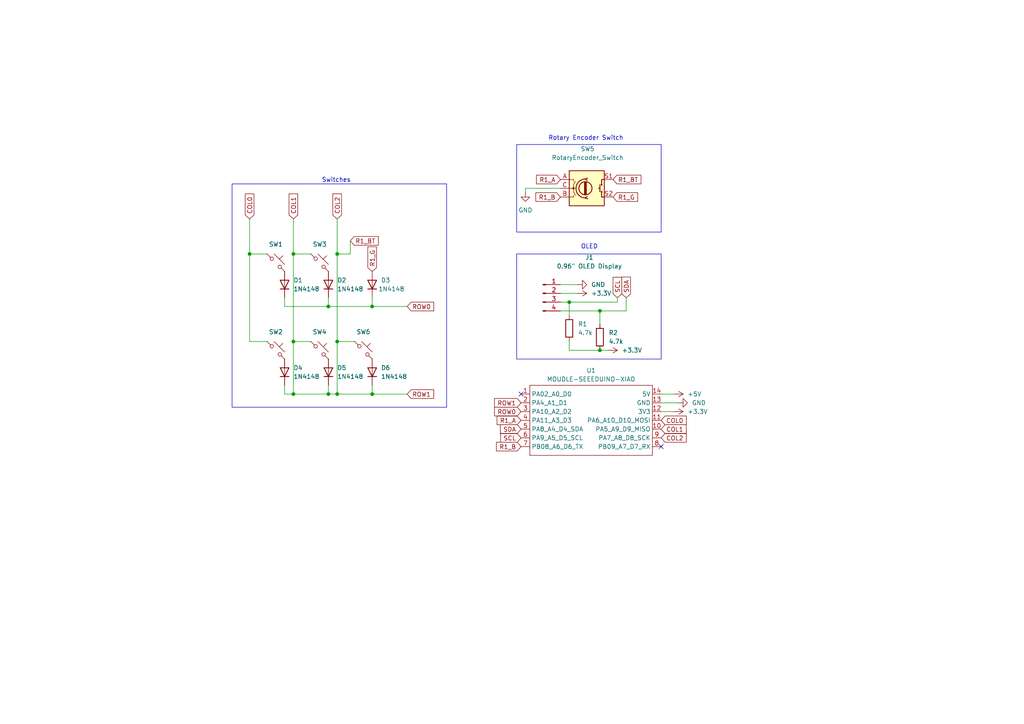
<source format=kicad_sch>
(kicad_sch (version 20231120) (generator "eeschema") (generator_version "8.0")
  (paper "A4")
  (lib_symbols
    (symbol "Connector:Conn_01x04_Pin" (pin_names (offset 1.016) hide)
      (property "Reference" "J" (at 0 5.08 0))
      (property "Value" "Conn_01x04_Pin" (at 0 -7.62 0))
      (symbol "Conn_01x04_Pin_1_1"
        (polyline (pts (xy 1.27 -5.08) (xy 0.8636 -5.08)) (stroke (width 0.1524)))
        (polyline (pts (xy 1.27 -2.54) (xy 0.8636 -2.54)) (stroke (width 0.1524)))
        (polyline (pts (xy 1.27 0) (xy 0.8636 0)) (stroke (width 0.1524)))
        (polyline (pts (xy 1.27 2.54) (xy 0.8636 2.54)) (stroke (width 0.1524)))
        (rectangle (start 0.8636 -4.953) (end 0 -5.207) (stroke (width 0.1524)) (fill (type outline)))
        (rectangle (start 0.8636 -2.413) (end 0 -2.667) (stroke (width 0.1524)) (fill (type outline)))
        (rectangle (start 0.8636 0.127) (end 0 -0.127) (stroke (width 0.1524)) (fill (type outline)))
        (rectangle (start 0.8636 2.667) (end 0 2.413) (stroke (width 0.1524)) (fill (type outline)))
        (pin passive line (at 5.08 2.54 180) (length 3.81) (name "Pin_1") (number "1"))
        (pin passive line (at 5.08 0 180) (length 3.81) (name "Pin_2") (number "2"))
        (pin passive line (at 5.08 -2.54 180) (length 3.81) (name "Pin_3") (number "3"))
        (pin passive line (at 5.08 -5.08 180) (length 3.81) (name "Pin_4") (number "4"))
      )
    )
    (symbol "Device:R" (pin_numbers hide) (pin_names (offset 0))
      (property "Reference" "R" (at 2.032 0 90))
      (property "Value" "R" (at 0 0 90))
      (symbol "R_0_1"
        (rectangle (start -1.016 -2.54) (end 1.016 2.54) (stroke (width 0.254)))
      )
      (symbol "R_1_1"
        (pin passive line (at 0 3.81 270) (length 1.27) (name "~") (number "1"))
        (pin passive line (at 0 -3.81 90) (length 1.27) (name "~") (number "2"))
      )
    )
    (symbol "Device:RotaryEncoder_Switch" (pin_names (offset 0.254) hide)
      (property "Reference" "SW" (at 0 6.604 0))
      (property "Value" "RotaryEncoder_Switch" (at 0 -6.604 0))
      (symbol "RotaryEncoder_Switch_0_1"
        (rectangle (start -5.08 5.08) (end 5.08 -5.08) (stroke (width 0.254)) (fill (type background)))
        (circle (center -3.81 0) (radius 0.254) (fill (type outline)))
        (circle (center -0.381 0) (radius 1.905) (stroke (width 0.254)))
        (arc (start -0.381 2.667) (mid -3.0988 -0.0635) (end -0.381 -2.794) (stroke (width 0.254)))
        (polyline (pts (xy -0.635 -1.778) (xy -0.635 1.778)) (stroke (width 0.254)))
        (polyline (pts (xy -0.381 -1.778) (xy -0.381 1.778)) (stroke (width 0.254)))
        (polyline (pts (xy -0.127 1.778) (xy -0.127 -1.778)) (stroke (width 0.254)))
        (polyline (pts (xy 3.81 0) (xy 3.429 0)) (stroke (width 0.254)))
        (polyline (pts (xy 3.81 1.016) (xy 3.81 -1.016)) (stroke (width 0.254)))
        (polyline (pts (xy -5.08 -2.54) (xy -3.81 -2.54) (xy -3.81 -2.032)))
        (polyline (pts (xy -5.08 2.54) (xy -3.81 2.54) (xy -3.81 2.032)))
        (polyline (pts (xy 0.254 -3.048) (xy -0.508 -2.794) (xy 0.127 -2.413)) (stroke (width 0.254)))
        (polyline (pts (xy 0.254 2.921) (xy -0.508 2.667) (xy 0.127 2.286)) (stroke (width 0.254)))
        (polyline (pts (xy 5.08 -2.54) (xy 4.318 -2.54) (xy 4.318 -1.016)) (stroke (width 0.254)))
        (polyline (pts (xy 5.08 2.54) (xy 4.318 2.54) (xy 4.318 1.016)) (stroke (width 0.254)))
        (polyline (pts (xy -5.08 0) (xy -3.81 0) (xy -3.81 -1.016) (xy -3.302 -2.032)))
        (polyline (pts (xy -4.318 0) (xy -3.81 0) (xy -3.81 1.016) (xy -3.302 2.032)))
        (circle (center 4.318 -1.016) (radius 0.127) (stroke (width 0.254)))
        (circle (center 4.318 1.016) (radius 0.127) (stroke (width 0.254)))
      )
      (symbol "RotaryEncoder_Switch_1_1"
        (pin passive line (at -7.62 2.54 0) (length 2.54) (name "A") (number "A"))
        (pin passive line (at -7.62 -2.54 0) (length 2.54) (name "B") (number "B"))
        (pin passive line (at -7.62 0 0) (length 2.54) (name "C") (number "C"))
        (pin passive line (at 7.62 2.54 180) (length 2.54) (name "S1") (number "S1"))
        (pin passive line (at 7.62 -2.54 180) (length 2.54) (name "S2") (number "S2"))
      )
    )
    (symbol "Diode:1N4148" (pin_numbers hide) (pin_names hide)
      (property "Reference" "D" (at 0 2.54 0))
      (property "Value" "1N4148" (at 0 -2.54 0))
      (symbol "1N4148_0_1"
        (polyline (pts (xy -1.27 1.27) (xy -1.27 -1.27)) (stroke (width 0.254)))
        (polyline (pts (xy 1.27 0) (xy -1.27 0)))
        (polyline (pts (xy 1.27 1.27) (xy 1.27 -1.27) (xy -1.27 0) (xy 1.27 1.27)) (stroke (width 0.254)))
      )
      (symbol "1N4148_1_1"
        (pin passive line (at -3.81 0 0) (length 2.54) (name "K") (number "1"))
        (pin passive line (at 3.81 0 180) (length 2.54) (name "A") (number "2"))
      )
    )
    (symbol "Switch:SW_Push_45deg" (pin_numbers hide) (pin_names (offset 1.016) hide)
      (property "Reference" "SW" (at 3.048 1.016 0))
      (property "Value" "SW_Push_45deg" (at 0 -3.81 0))
      (symbol "SW_Push_45deg_0_1"
        (circle (center -1.1684 1.1684) (radius 0.508))
        (polyline (pts (xy -0.508 2.54) (xy 2.54 -0.508)))
        (polyline (pts (xy 1.016 1.016) (xy 2.032 2.032)))
        (polyline (pts (xy -2.54 2.54) (xy -1.524 1.524) (xy -1.524 1.524)))
        (polyline (pts (xy 1.524 -1.524) (xy 2.54 -2.54) (xy 2.54 -2.54) (xy 2.54 -2.54)))
        (circle (center 1.143 -1.1938) (radius 0.508))
        (pin passive line (at -2.54 2.54 0) (length 0) (name "1") (number "1"))
        (pin passive line (at 2.54 -2.54 180) (length 0) (name "2") (number "2"))
      )
    )
    (symbol "XIAO_RP2040:MOUDLE-SEEEDUINO-XIAO"
      (property "Reference" "U" (at -16.51 11.43 0))
      (property "Value" "MOUDLE-SEEEDUINO-XIAO" (at -3.81 -11.43 0))
      (symbol "MOUDLE-SEEEDUINO-XIAO_0_1"
        (rectangle (start -16.51 10.16) (end 19.05 -10.16))
      )
      (symbol "MOUDLE-SEEEDUINO-XIAO_1_1"
        (pin passive line (at -19.05 7.62 0) (length 2.54) (name "PA02_A0_D0") (number "1"))
        (pin passive line (at 21.59 -2.54 180) (length 2.54) (name "PA5_A9_D9_MISO") (number "10"))
        (pin passive line (at 21.59 0 180) (length 2.54) (name "PA6_A10_D10_MOSI") (number "11"))
        (pin passive line (at 21.59 2.54 180) (length 2.54) (name "3V3") (number "12"))
        (pin passive line (at 21.59 5.08 180) (length 2.54) (name "GND") (number "13"))
        (pin passive line (at 21.59 7.62 180) (length 2.54) (name "5V") (number "14"))
        (pin passive line (at -19.05 5.08 0) (length 2.54) (name "PA4_A1_D1") (number "2"))
        (pin passive line (at -19.05 2.54 0) (length 2.54) (name "PA10_A2_D2") (number "3"))
        (pin passive line (at -19.05 0 0) (length 2.54) (name "PA11_A3_D3") (number "4"))
        (pin passive line (at -19.05 -2.54 0) (length 2.54) (name "PA8_A4_D4_SDA") (number "5"))
        (pin passive line (at -19.05 -5.08 0) (length 2.54) (name "PA9_A5_D5_SCL") (number "6"))
        (pin passive line (at -19.05 -7.62 0) (length 2.54) (name "PB08_A6_D6_TX") (number "7"))
        (pin passive line (at 21.59 -7.62 180) (length 2.54) (name "PB09_A7_D7_RX") (number "8"))
        (pin passive line (at 21.59 -5.08 180) (length 2.54) (name "PA7_A8_D8_SCK") (number "9"))
      )
    )
    (symbol "power:+3.3V" (power) (pin_numbers hide) (pin_names (offset 0) hide)
      (property "Value" "+3.3V" (at 0 3.556 0))
      (symbol "+3.3V_0_1"
        (polyline (pts (xy -0.762 1.27) (xy 0 2.54)))
        (polyline (pts (xy 0 0) (xy 0 2.54)))
        (polyline (pts (xy 0 2.54) (xy 0.762 1.27)))
      )
      (symbol "+3.3V_1_1"
        (pin power_in line (at 0 0 90) (length 0) (name "~") (number "1"))
      )
    )
    (symbol "power:+5V" (power) (pin_numbers hide) (pin_names (offset 0) hide)
      (property "Value" "+5V" (at 0 3.556 0))
      (symbol "+5V_0_1"
        (polyline (pts (xy -0.762 1.27) (xy 0 2.54)))
        (polyline (pts (xy 0 0) (xy 0 2.54)))
        (polyline (pts (xy 0 2.54) (xy 0.762 1.27)))
      )
      (symbol "+5V_1_1"
        (pin power_in line (at 0 0 90) (length 0) (name "~") (number "1"))
      )
    )
    (symbol "power:GND" (power) (pin_numbers hide) (pin_names (offset 0) hide)
      (property "Value" "GND" (at 0 -3.81 0))
      (symbol "GND_0_1"
        (polyline (pts (xy 0 0) (xy 0 -1.27) (xy 1.27 -1.27) (xy 0 -2.54) (xy -1.27 -1.27) (xy 0 -1.27)))
      )
      (symbol "GND_1_1"
        (pin power_in line (at 0 0 270) (length 0) (name "~") (number "1"))
      )
    )
  )
  (junction (at 95.25 88.9))
  (junction (at 107.95 114.3))
  (junction (at 97.79 73.66))
  (junction (at 85.09 73.66))
  (junction (at 95.25 114.3))
  (junction (at 85.09 114.3))
  (junction (at 97.79 99.06))
  (junction (at 173.99 90.17))
  (junction (at 107.95 88.9))
  (junction (at 173.99 101.6))
  (junction (at 97.79 114.3))
  (junction (at 85.09 99.06))
  (junction (at 72.39 73.66))
  (junction (at 165.1 87.63))
  (no_connect (at 191.77 129.54))
  (no_connect (at 151.13 114.3))
  (wire (pts (xy 95.25 88.9) (xy 107.95 88.9)))
  (wire (pts (xy 191.77 119.38) (xy 195.58 119.38)))
  (wire (pts (xy 165.1 87.63) (xy 162.56 87.63)))
  (wire (pts (xy 191.77 114.3) (xy 195.58 114.3)))
  (wire (pts (xy 162.56 85.09) (xy 167.64 85.09)))
  (wire (pts (xy 95.25 111.76) (xy 95.25 114.3)))
  (wire (pts (xy 162.56 82.55) (xy 167.64 82.55)))
  (wire (pts (xy 95.25 86.36) (xy 95.25 88.9)))
  (wire (pts (xy 85.09 99.06) (xy 90.17 99.06)))
  (wire (pts (xy 101.6 73.66) (xy 97.79 73.66)))
  (wire (pts (xy 107.95 88.9) (xy 118.11 88.9)))
  (wire (pts (xy 181.61 90.17) (xy 173.99 90.17)))
  (wire (pts (xy 173.99 93.98) (xy 173.99 90.17)))
  (wire (pts (xy 97.79 99.06) (xy 97.79 114.3)))
  (wire (pts (xy 162.56 90.17) (xy 173.99 90.17)))
  (wire (pts (xy 82.55 114.3) (xy 85.09 114.3)))
  (wire (pts (xy 152.4 54.61) (xy 162.56 54.61)))
  (wire (pts (xy 107.95 88.9) (xy 107.95 86.36)))
  (wire (pts (xy 179.07 86.36) (xy 179.07 87.63)))
  (wire (pts (xy 95.25 88.9) (xy 82.55 88.9)))
  (wire (pts (xy 165.1 91.44) (xy 165.1 87.63)))
  (wire (pts (xy 101.6 69.85) (xy 101.6 73.66)))
  (wire (pts (xy 97.79 99.06) (xy 102.87 99.06)))
  (wire (pts (xy 191.77 116.84) (xy 196.85 116.84)))
  (wire (pts (xy 107.95 114.3) (xy 118.11 114.3)))
  (wire (pts (xy 165.1 99.06) (xy 165.1 101.6)))
  (wire (pts (xy 72.39 73.66) (xy 72.39 99.06)))
  (wire (pts (xy 95.25 114.3) (xy 97.79 114.3)))
  (wire (pts (xy 72.39 99.06) (xy 77.47 99.06)))
  (wire (pts (xy 173.99 101.6) (xy 176.53 101.6)))
  (wire (pts (xy 85.09 73.66) (xy 85.09 99.06)))
  (wire (pts (xy 85.09 63.5) (xy 85.09 73.66)))
  (wire (pts (xy 82.55 111.76) (xy 82.55 114.3)))
  (wire (pts (xy 85.09 99.06) (xy 85.09 114.3)))
  (wire (pts (xy 97.79 73.66) (xy 97.79 99.06)))
  (wire (pts (xy 82.55 86.36) (xy 82.55 88.9)))
  (wire (pts (xy 152.4 55.88) (xy 152.4 54.61)))
  (wire (pts (xy 107.95 111.76) (xy 107.95 114.3)))
  (wire (pts (xy 97.79 114.3) (xy 107.95 114.3)))
  (wire (pts (xy 72.39 63.5) (xy 72.39 73.66)))
  (wire (pts (xy 85.09 73.66) (xy 90.17 73.66)))
  (wire (pts (xy 85.09 114.3) (xy 95.25 114.3)))
  (wire (pts (xy 72.39 73.66) (xy 77.47 73.66)))
  (wire (pts (xy 165.1 101.6) (xy 173.99 101.6)))
  (wire (pts (xy 181.61 86.36) (xy 181.61 90.17)))
  (wire (pts (xy 165.1 87.63) (xy 179.07 87.63)))
  (wire (pts (xy 97.79 63.5) (xy 97.79 73.66)))
  (rectangle (start 149.86 73.66) (end 191.77 104.14))
  (rectangle (start 67.31 53.34) (end 129.54 118.11))
  (rectangle (start 149.86 41.91) (end 191.77 67.31))
  (text "Rotary Encoder Switch" (at 169.926 40.132 0) (effects (font (size 1.27 1.27))))
  (text "OLED" (at 170.942 71.628 0) (effects (font (size 1.27 1.27))))
  (text "Switches" (at 97.536 52.324 0) (effects (font (size 1.27 1.27))))
  (global_label "SDA" (shape input) (at 181.61 86.36 90) (property "Intersheetrefs" "${INTERSHEET_REFS}" (effects (hide yes))))
  (global_label "SCL" (shape input) (at 151.13 127 180) (property "Intersheetrefs" "${INTERSHEET_REFS}" (effects (hide yes))))
  (global_label "R1_A" (shape input) (at 162.56 52.07 180) (property "Intersheetrefs" "${INTERSHEET_REFS}" (effects (hide yes))))
  (global_label "ROW0" (shape input) (at 151.13 119.38 180) (property "Intersheetrefs" "${INTERSHEET_REFS}" (effects (hide yes))))
  (global_label "R1_A" (shape input) (at 151.13 121.92 180) (property "Intersheetrefs" "${INTERSHEET_REFS}" (effects (hide yes))))
  (global_label "ROW1" (shape input) (at 118.11 114.3 0) (property "Intersheetrefs" "${INTERSHEET_REFS}" (effects (hide yes))))
  (global_label "R1_G" (shape input) (at 107.95 78.74 90) (property "Intersheetrefs" "${INTERSHEET_REFS}" (effects (hide yes))))
  (global_label "COL2" (shape input) (at 191.77 127 0) (property "Intersheetrefs" "${INTERSHEET_REFS}" (effects (hide yes))))
  (global_label "R1_BT" (shape input) (at 101.6 69.85 0) (property "Intersheetrefs" "${INTERSHEET_REFS}" (effects (hide yes))))
  (global_label "SDA" (shape input) (at 151.13 124.46 180) (property "Intersheetrefs" "${INTERSHEET_REFS}" (effects (hide yes))))
  (global_label "COL1" (shape input) (at 191.77 124.46 0) (property "Intersheetrefs" "${INTERSHEET_REFS}" (effects (hide yes))))
  (global_label "COL2" (shape input) (at 97.79 63.5 90) (property "Intersheetrefs" "${INTERSHEET_REFS}" (effects (hide yes))))
  (global_label "R1_BT" (shape input) (at 177.8 52.07 0) (property "Intersheetrefs" "${INTERSHEET_REFS}" (effects (hide yes))))
  (global_label "SCL" (shape input) (at 179.07 86.36 90) (property "Intersheetrefs" "${INTERSHEET_REFS}" (effects (hide yes))))
  (global_label "R1_B" (shape input) (at 151.13 129.54 180) (property "Intersheetrefs" "${INTERSHEET_REFS}" (effects (hide yes))))
  (global_label "ROW0" (shape input) (at 118.11 88.9 0) (property "Intersheetrefs" "${INTERSHEET_REFS}" (effects (hide yes))))
  (global_label "COL0" (shape input) (at 72.39 63.5 90) (property "Intersheetrefs" "${INTERSHEET_REFS}" (effects (hide yes))))
  (global_label "COL0" (shape input) (at 191.77 121.92 0) (property "Intersheetrefs" "${INTERSHEET_REFS}" (effects (hide yes))))
  (global_label "ROW1" (shape input) (at 151.13 116.84 180) (property "Intersheetrefs" "${INTERSHEET_REFS}" (effects (hide yes))))
  (global_label "R1_B" (shape input) (at 162.56 57.15 180) (property "Intersheetrefs" "${INTERSHEET_REFS}" (effects (hide yes))))
  (global_label "COL1" (shape input) (at 85.09 63.5 90) (property "Intersheetrefs" "${INTERSHEET_REFS}" (effects (hide yes))))
  (global_label "R1_G" (shape input) (at 177.8 57.15 0) (property "Intersheetrefs" "${INTERSHEET_REFS}" (effects (hide yes))))
  (symbol (lib_id "Diode:1N4148") (at 82.55 82.55 90) (unit 1)
    (property "Reference" "D1" (at 85.09 81.2799 90) (effects (justify right)))
    (property "Value" "1N4148" (at 85.09 83.8199 90) (effects (justify right)))
    (property "Footprint" "Diode_THT:D_DO-35_SOD27_P7.62mm_Horizontal" (effects (hide yes)))
    (property "Datasheet" "https://assets.nexperia.com/documents/data-sheet/1N4148_1N4448.pdf" (effects (hide yes)))
    (property "Description" "100V 0.15A standard switching diode, DO-35" (effects (hide yes)))
    (property "Sim.Device" "D" (effects (hide yes)))
    (property "Sim.Pins" "1=K 2=A" (effects (hide yes)))
  )
  (symbol (lib_id "Device:R") (at 173.99 97.79 0) (unit 1)
    (property "Reference" "R2" (at 176.53 96.5199 0) (effects (justify left)))
    (property "Value" "4.7k" (at 176.53 99.0599 0) (effects (justify left)))
    (property "Footprint" "Resistor_THT:R_Axial_DIN0204_L3.6mm_D1.6mm_P5.08mm_Horizontal" (effects (hide yes)))
    (property "Description" "Resistor" (effects (hide yes)))
  )
  (symbol (lib_id "power:GND") (at 196.85 116.84 90) (unit 1)
    (property "Reference" "#PWR05" (effects (hide yes)))
    (property "Value" "GND" (at 200.66 116.8399 90) (effects (justify right)))
    (property "Description" "Power symbol creates a global label with name \"GND\" , ground" (effects (hide yes)))
  )
  (symbol (lib_id "Device:RotaryEncoder_Switch") (at 170.18 54.61 0) (unit 1)
    (property "Reference" "SW5" (at 170.434 43.18 0))
    (property "Value" "RotaryEncoder_Switch" (at 170.434 45.72 0))
    (property "Footprint" "ScottoKeebs_Scotto:Encoder_EC11_MX" (effects (hide yes)))
    (property "Description" "Rotary encoder, dual channel, incremental quadrate outputs, with switch" (effects (hide yes)))
  )
  (symbol (lib_id "Switch:SW_Push_45deg") (at 80.01 101.6 0) (unit 1)
    (property "Reference" "SW2" (at 80.01 96.266 0))
    (property "Value" "MX" (effects (hide yes)))
    (property "Footprint" "ScottoKeebs_MX:MX_PCB_1.00u" (effects (hide yes)))
    (property "Description" "Push button switch, normally open, two pins, 45° tilted" (effects (hide yes)))
  )
  (symbol (lib_id "power:+3.3V") (at 176.53 101.6 270) (unit 1)
    (property "Reference" "#PWR07" (effects (hide yes)))
    (property "Value" "+3.3V" (at 180.34 101.5999 90) (effects (justify left)))
    (property "Description" "Power symbol creates a global label with name \"+3.3V\"" (effects (hide yes)))
  )
  (symbol (lib_id "Diode:1N4148") (at 95.25 82.55 90) (unit 1)
    (property "Reference" "D2" (at 97.79 81.2799 90) (effects (justify right)))
    (property "Value" "1N4148" (at 97.79 83.8199 90) (effects (justify right)))
    (property "Footprint" "Diode_THT:D_DO-35_SOD27_P7.62mm_Horizontal" (effects (hide yes)))
    (property "Datasheet" "https://assets.nexperia.com/documents/data-sheet/1N4148_1N4448.pdf" (effects (hide yes)))
    (property "Description" "100V 0.15A standard switching diode, DO-35" (effects (hide yes)))
    (property "Sim.Device" "D" (effects (hide yes)))
    (property "Sim.Pins" "1=K 2=A" (effects (hide yes)))
  )
  (symbol (lib_id "Connector:Conn_01x04_Pin") (at 157.48 85.09 0) (unit 1)
    (property "Reference" "J1" (at 170.942 74.676 0))
    (property "Value" "0.96\" OLED Display" (at 170.942 77.216 0))
    (property "Footprint" "Display:Adafruit_SSD1306" (effects (hide yes)))
    (property "Description" "Generic connector, single row, 01x04, script generated" (effects (hide yes)))
  )
  (symbol (lib_id "Diode:1N4148") (at 95.25 107.95 90) (unit 1)
    (property "Reference" "D5" (at 97.79 106.6799 90) (effects (justify right)))
    (property "Value" "1N4148" (at 97.79 109.2199 90) (effects (justify right)))
    (property "Footprint" "Diode_THT:D_DO-35_SOD27_P7.62mm_Horizontal" (effects (hide yes)))
    (property "Datasheet" "https://assets.nexperia.com/documents/data-sheet/1N4148_1N4448.pdf" (effects (hide yes)))
    (property "Description" "100V 0.15A standard switching diode, DO-35" (effects (hide yes)))
    (property "Sim.Device" "D" (effects (hide yes)))
    (property "Sim.Pins" "1=K 2=A" (effects (hide yes)))
  )
  (symbol (lib_id "Device:R") (at 165.1 95.25 0) (unit 1)
    (property "Reference" "R1" (at 167.64 93.9799 0) (effects (justify left)))
    (property "Value" "4.7k" (at 167.64 96.5199 0) (effects (justify left)))
    (property "Footprint" "Resistor_THT:R_Axial_DIN0204_L3.6mm_D1.6mm_P5.08mm_Horizontal" (effects (hide yes)))
    (property "Description" "Resistor" (effects (hide yes)))
  )
  (symbol (lib_id "power:+3.3V") (at 167.64 85.09 270) (unit 1)
    (property "Reference" "#PWR06" (effects (hide yes)))
    (property "Value" "+3.3V" (at 171.45 85.0899 90) (effects (justify left)))
    (property "Description" "Power symbol creates a global label with name \"+3.3V\"" (effects (hide yes)))
  )
  (symbol (lib_id "XIAO_RP2040:MOUDLE-SEEEDUINO-XIAO") (at 170.18 121.92 0) (unit 1)
    (property "Reference" "U1" (at 171.45 107.442 0))
    (property "Value" "MOUDLE-SEEEDUINO-XIAO" (at 171.45 109.982 0))
  )
  (symbol (lib_id "power:GND") (at 167.64 82.55 90) (unit 1)
    (property "Reference" "#PWR04" (effects (hide yes)))
    (property "Value" "GND" (at 171.45 82.5499 90) (effects (justify right)))
    (property "Description" "Power symbol creates a global label with name \"GND\" , ground" (effects (hide yes)))
  )
  (symbol (lib_id "Switch:SW_Push_45deg") (at 80.01 76.2 0) (unit 1)
    (property "Reference" "SW1" (at 80.01 70.866 0))
    (property "Value" "MX" (effects (hide yes)))
    (property "Footprint" "ScottoKeebs_MX:MX_PCB_1.00u" (effects (hide yes)))
    (property "Description" "Push button switch, normally open, two pins, 45° tilted" (effects (hide yes)))
  )
  (symbol (lib_id "power:+3.3V") (at 195.58 119.38 270) (unit 1)
    (property "Reference" "#PWR03" (effects (hide yes)))
    (property "Value" "+3.3V" (at 199.39 119.3799 90) (effects (justify left)))
    (property "Description" "Power symbol creates a global label with name \"+3.3V\"" (effects (hide yes)))
  )
  (symbol (lib_id "Diode:1N4148") (at 82.55 107.95 90) (unit 1)
    (property "Reference" "D4" (at 85.09 106.6799 90) (effects (justify right)))
    (property "Value" "1N4148" (at 85.09 109.2199 90) (effects (justify right)))
    (property "Footprint" "Diode_THT:D_DO-35_SOD27_P7.62mm_Horizontal" (effects (hide yes)))
    (property "Datasheet" "https://assets.nexperia.com/documents/data-sheet/1N4148_1N4448.pdf" (effects (hide yes)))
    (property "Description" "100V 0.15A standard switching diode, DO-35" (effects (hide yes)))
    (property "Sim.Device" "D" (effects (hide yes)))
    (property "Sim.Pins" "1=K 2=A" (effects (hide yes)))
  )
  (symbol (lib_id "Switch:SW_Push_45deg") (at 105.41 101.6 0) (unit 1)
    (property "Reference" "SW6" (at 105.41 96.266 0))
    (property "Value" "MX" (effects (hide yes)))
    (property "Footprint" "ScottoKeebs_MX:MX_PCB_1.00u" (effects (hide yes)))
    (property "Description" "Push button switch, normally open, two pins, 45° tilted" (effects (hide yes)))
  )
  (symbol (lib_id "Switch:SW_Push_45deg") (at 92.71 76.2 0) (unit 1)
    (property "Reference" "SW3" (at 92.71 70.866 0))
    (property "Value" "MX" (effects (hide yes)))
    (property "Footprint" "ScottoKeebs_MX:MX_PCB_1.00u" (effects (hide yes)))
    (property "Description" "Push button switch, normally open, two pins, 45° tilted" (effects (hide yes)))
  )
  (symbol (lib_id "power:GND") (at 152.4 55.88 0) (unit 1)
    (property "Reference" "#PWR02" (effects (hide yes)))
    (property "Value" "GND" (at 152.4 60.96 0))
    (property "Description" "Power symbol creates a global label with name \"GND\" , ground" (effects (hide yes)))
  )
  (symbol (lib_id "Diode:1N4148") (at 107.95 82.55 90) (unit 1)
    (property "Reference" "D3" (at 110.49 81.2799 90) (effects (justify right)))
    (property "Value" "1N4148" (at 109.728 83.82 90) (effects (justify right)))
    (property "Footprint" "Diode_THT:D_DO-35_SOD27_P7.62mm_Horizontal" (effects (hide yes)))
    (property "Datasheet" "https://assets.nexperia.com/documents/data-sheet/1N4148_1N4448.pdf" (effects (hide yes)))
    (property "Description" "100V 0.15A standard switching diode, DO-35" (effects (hide yes)))
    (property "Sim.Device" "D" (effects (hide yes)))
    (property "Sim.Pins" "1=K 2=A" (effects (hide yes)))
  )
  (symbol (lib_id "Diode:1N4148") (at 107.95 107.95 90) (unit 1)
    (property "Reference" "D6" (at 110.49 106.6799 90) (effects (justify right)))
    (property "Value" "1N4148" (at 110.49 109.2199 90) (effects (justify right)))
    (property "Footprint" "Diode_THT:D_DO-35_SOD27_P7.62mm_Horizontal" (effects (hide yes)))
    (property "Datasheet" "https://assets.nexperia.com/documents/data-sheet/1N4148_1N4448.pdf" (effects (hide yes)))
    (property "Description" "100V 0.15A standard switching diode, DO-35" (effects (hide yes)))
    (property "Sim.Device" "D" (effects (hide yes)))
    (property "Sim.Pins" "1=K 2=A" (effects (hide yes)))
  )
  (symbol (lib_id "power:+5V") (at 195.58 114.3 270) (unit 1)
    (property "Reference" "#PWR01" (effects (hide yes)))
    (property "Value" "+5V" (at 199.39 114.2999 90) (effects (justify left)))
    (property "Description" "Power symbol creates a global label with name \"+5V\"" (effects (hide yes)))
  )
  (symbol (lib_id "Switch:SW_Push_45deg") (at 92.71 101.6 0) (unit 1)
    (property "Reference" "SW4" (at 92.71 96.266 0))
    (property "Value" "MX" (effects (hide yes)))
    (property "Footprint" "ScottoKeebs_MX:MX_PCB_1.00u" (effects (hide yes)))
    (property "Description" "Push button switch, normally open, two pins, 45° tilted" (effects (hide yes)))
  )
)
</source>
